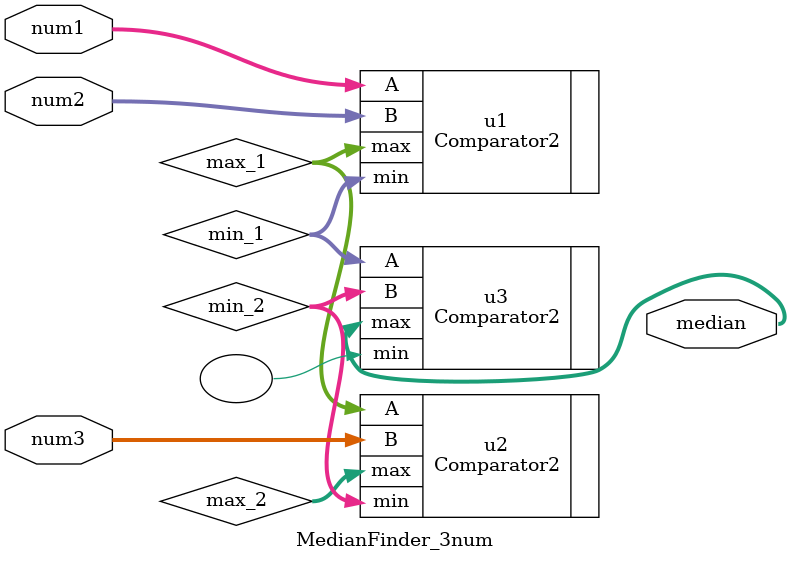
<source format=v>
module MedianFinder_3num(
    input  [3:0]    num1    , 
    input  [3:0]    num2    , 
    input  [3:0]    num3    ,  
    output [3:0]    median  
);

///////////////////////////////
//	Write Your Design Here ~ //
///////////////////////////////

wire [3:0] max_1;
wire [3:0] min_1;
wire [3:0] max_2;
wire [3:0] min_2;


Comparator2 u1(
    .A(num1),
    .B(num2),
    .max(max_1),
    .min(min_1)
);

Comparator2 u2(
    .A(max_1),
    .B(num3),
    .max(max_2),
    .min(min_2)
);



Comparator2 u3(
    .A(min_1),
    .B(min_2),
    .max(median),
    .min()
);


endmodule

</source>
